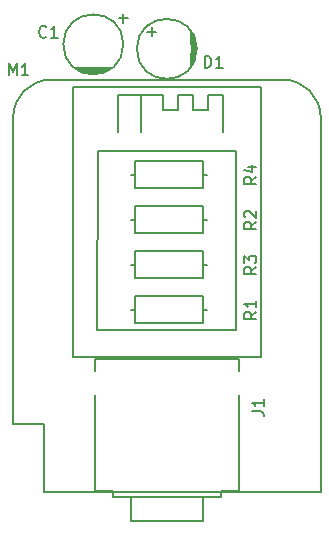
<source format=gbr>
G04 #@! TF.GenerationSoftware,KiCad,Pcbnew,5.0.0-fee4fd1~65~ubuntu17.10.1*
G04 #@! TF.CreationDate,2018-11-13T13:37:27+00:00*
G04 #@! TF.ProjectId,Power Monitor Version 1,506F776572204D6F6E69746F72205665,rev?*
G04 #@! TF.SameCoordinates,Original*
G04 #@! TF.FileFunction,Legend,Top*
G04 #@! TF.FilePolarity,Positive*
%FSLAX46Y46*%
G04 Gerber Fmt 4.6, Leading zero omitted, Abs format (unit mm)*
G04 Created by KiCad (PCBNEW 5.0.0-fee4fd1~65~ubuntu17.10.1) date Tue Nov 13 13:37:27 2018*
%MOMM*%
%LPD*%
G01*
G04 APERTURE LIST*
%ADD10C,0.150000*%
G04 APERTURE END LIST*
D10*
G04 #@! TO.C,C1*
X132080000Y-74041000D02*
G75*
G03X132080000Y-74041000I-2540000J0D01*
G01*
X127952500Y-76009500D02*
X131127500Y-76009500D01*
X131127500Y-76009500D02*
X130937000Y-76136500D01*
X130937000Y-76136500D02*
X128143000Y-76136500D01*
X128143000Y-76136500D02*
X128333500Y-76263500D01*
X128333500Y-76263500D02*
X130683000Y-76263500D01*
X130683000Y-76263500D02*
X130429000Y-76390500D01*
X130429000Y-76390500D02*
X128651000Y-76390500D01*
X128651000Y-76390500D02*
X128905000Y-76454000D01*
X128905000Y-76454000D02*
X129984500Y-76454000D01*
G04 #@! TO.C,D1*
X138303000Y-74422000D02*
G75*
G03X138303000Y-74422000I-2540000J0D01*
G01*
X137795000Y-72898000D02*
X137795000Y-74041000D01*
X137795000Y-74803000D02*
X137795000Y-75946000D01*
X137922000Y-73152000D02*
X137922000Y-75692000D01*
X138049000Y-73406000D02*
X138049000Y-75438000D01*
X138176000Y-73660000D02*
X138176000Y-75184000D01*
G04 #@! TO.C,J1*
X135763000Y-100711000D02*
X129667000Y-100711000D01*
X129667000Y-109347000D02*
X129667000Y-111887000D01*
X129667000Y-111887000D02*
X130175000Y-111887000D01*
X135763000Y-100711000D02*
X141859000Y-100711000D01*
X141859000Y-111887000D02*
X141351000Y-111887000D01*
X131191000Y-111887000D02*
X131191000Y-112395000D01*
X131191000Y-111887000D02*
X129667000Y-111887000D01*
X129667000Y-111887000D02*
X129667000Y-103759000D01*
X129667000Y-101727000D02*
X129667000Y-100711000D01*
X129667000Y-100711000D02*
X141859000Y-100711000D01*
X141859000Y-100711000D02*
X141859000Y-101727000D01*
X140335000Y-112395000D02*
X140335000Y-111887000D01*
X140335000Y-111887000D02*
X141859000Y-111887000D01*
X141859000Y-111887000D02*
X141859000Y-103759000D01*
X131191000Y-112395000D02*
X132715000Y-112395000D01*
X140335000Y-112395000D02*
X138811000Y-112395000D01*
X132715000Y-112395000D02*
X132715000Y-114427000D01*
X132715000Y-114427000D02*
X138811000Y-114427000D01*
X138811000Y-114427000D02*
X138811000Y-112395000D01*
X138811000Y-112395000D02*
X132715000Y-112395000D01*
G04 #@! TO.C,M1*
X148792001Y-111962001D02*
X125360501Y-111962001D01*
X122757001Y-106183501D02*
X122757001Y-80212001D01*
X148792001Y-111962001D02*
X148792001Y-80212001D01*
X125932001Y-77037001D02*
X145617001Y-77037001D01*
X122757001Y-80212001D02*
G75*
G02X125932001Y-77037001I3175000J0D01*
G01*
X122757001Y-80212001D02*
G75*
G02X125932001Y-77037001I3175000J0D01*
G01*
X145617001Y-77037001D02*
G75*
G02X148792001Y-80212001I0J-3175000D01*
G01*
X122757001Y-106183501D02*
X125360501Y-106183501D01*
X125360501Y-106183501D02*
X125360501Y-111962001D01*
X129932501Y-83069501D02*
X141616501Y-83069501D01*
X141616501Y-83069501D02*
X141616501Y-98246001D01*
X141616501Y-98246001D02*
X129869001Y-98246001D01*
X129869001Y-98246001D02*
X129932501Y-83069501D01*
X127837001Y-77672001D02*
X127837001Y-100532001D01*
X127837001Y-100532001D02*
X143712001Y-100532001D01*
X143712001Y-100532001D02*
X143712001Y-77672001D01*
X143712001Y-77672001D02*
X127837001Y-77672001D01*
X131647001Y-81482001D02*
X131647001Y-78307001D01*
X131647001Y-78307001D02*
X135457001Y-78307001D01*
X135457001Y-78307001D02*
X135457001Y-79577001D01*
X135457001Y-79577001D02*
X136727001Y-79577001D01*
X136727001Y-79577001D02*
X136727001Y-78307001D01*
X136727001Y-78307001D02*
X137997001Y-78307001D01*
X137997001Y-78307001D02*
X137997001Y-79577001D01*
X137997001Y-79577001D02*
X139267001Y-79577001D01*
X139267001Y-79577001D02*
X139267001Y-78307001D01*
X139267001Y-78307001D02*
X140537001Y-78307001D01*
X140537001Y-78307001D02*
X140537001Y-81482001D01*
X133552001Y-78307001D02*
X133552001Y-81482001D01*
G04 #@! TO.C,R1*
X133096000Y-95377000D02*
X138811000Y-95377000D01*
X138811000Y-95377000D02*
X138811000Y-97663000D01*
X138811000Y-97663000D02*
X133096000Y-97663000D01*
X133096000Y-97663000D02*
X133096000Y-95377000D01*
X133096000Y-96520000D02*
X132715000Y-96520000D01*
X139192000Y-96520000D02*
X138811000Y-96520000D01*
G04 #@! TO.C,R2*
X133096000Y-87757000D02*
X138811000Y-87757000D01*
X138811000Y-87757000D02*
X138811000Y-90043000D01*
X138811000Y-90043000D02*
X133096000Y-90043000D01*
X133096000Y-90043000D02*
X133096000Y-87757000D01*
X133096000Y-88900000D02*
X132715000Y-88900000D01*
X139192000Y-88900000D02*
X138811000Y-88900000D01*
G04 #@! TO.C,R3*
X132715000Y-92710000D02*
X133096000Y-92710000D01*
X138811000Y-92710000D02*
X139192000Y-92710000D01*
X138811000Y-91567000D02*
X138811000Y-93853000D01*
X133096000Y-91567000D02*
X138811000Y-91567000D01*
X133096000Y-93853000D02*
X133096000Y-91567000D01*
X138811000Y-93853000D02*
X133096000Y-93853000D01*
G04 #@! TO.C,R4*
X132715000Y-85090000D02*
X133096000Y-85090000D01*
X138811000Y-85090000D02*
X139192000Y-85090000D01*
X138811000Y-83947000D02*
X138811000Y-86233000D01*
X133096000Y-83947000D02*
X138811000Y-83947000D01*
X133096000Y-86233000D02*
X133096000Y-83947000D01*
X138811000Y-86233000D02*
X133096000Y-86233000D01*
G04 #@! TO.C,C1*
X125563333Y-73382142D02*
X125515714Y-73429761D01*
X125372857Y-73477380D01*
X125277619Y-73477380D01*
X125134761Y-73429761D01*
X125039523Y-73334523D01*
X124991904Y-73239285D01*
X124944285Y-73048809D01*
X124944285Y-72905952D01*
X124991904Y-72715476D01*
X125039523Y-72620238D01*
X125134761Y-72525000D01*
X125277619Y-72477380D01*
X125372857Y-72477380D01*
X125515714Y-72525000D01*
X125563333Y-72572619D01*
X126515714Y-73477380D02*
X125944285Y-73477380D01*
X126230000Y-73477380D02*
X126230000Y-72477380D01*
X126134761Y-72620238D01*
X126039523Y-72715476D01*
X125944285Y-72763095D01*
X131699047Y-71826428D02*
X132460952Y-71826428D01*
X132080000Y-72207380D02*
X132080000Y-71445476D01*
G04 #@! TO.C,D1*
X138961904Y-76017380D02*
X138961904Y-75017380D01*
X139200000Y-75017380D01*
X139342857Y-75065000D01*
X139438095Y-75160238D01*
X139485714Y-75255476D01*
X139533333Y-75445952D01*
X139533333Y-75588809D01*
X139485714Y-75779285D01*
X139438095Y-75874523D01*
X139342857Y-75969761D01*
X139200000Y-76017380D01*
X138961904Y-76017380D01*
X140485714Y-76017380D02*
X139914285Y-76017380D01*
X140200000Y-76017380D02*
X140200000Y-75017380D01*
X140104761Y-75160238D01*
X140009523Y-75255476D01*
X139914285Y-75303095D01*
X134112047Y-72969428D02*
X134873952Y-72969428D01*
X134493000Y-73350380D02*
X134493000Y-72588476D01*
G04 #@! TO.C,J1*
X142962380Y-105108333D02*
X143676666Y-105108333D01*
X143819523Y-105155952D01*
X143914761Y-105251190D01*
X143962380Y-105394047D01*
X143962380Y-105489285D01*
X143962380Y-104108333D02*
X143962380Y-104679761D01*
X143962380Y-104394047D02*
X142962380Y-104394047D01*
X143105238Y-104489285D01*
X143200476Y-104584523D01*
X143248095Y-104679761D01*
G04 #@! TO.C,M1*
X122380476Y-76652380D02*
X122380476Y-75652380D01*
X122713809Y-76366666D01*
X123047142Y-75652380D01*
X123047142Y-76652380D01*
X124047142Y-76652380D02*
X123475714Y-76652380D01*
X123761428Y-76652380D02*
X123761428Y-75652380D01*
X123666190Y-75795238D01*
X123570952Y-75890476D01*
X123475714Y-75938095D01*
G04 #@! TO.C,R1*
X143327380Y-96686666D02*
X142851190Y-97020000D01*
X143327380Y-97258095D02*
X142327380Y-97258095D01*
X142327380Y-96877142D01*
X142375000Y-96781904D01*
X142422619Y-96734285D01*
X142517857Y-96686666D01*
X142660714Y-96686666D01*
X142755952Y-96734285D01*
X142803571Y-96781904D01*
X142851190Y-96877142D01*
X142851190Y-97258095D01*
X143327380Y-95734285D02*
X143327380Y-96305714D01*
X143327380Y-96020000D02*
X142327380Y-96020000D01*
X142470238Y-96115238D01*
X142565476Y-96210476D01*
X142613095Y-96305714D01*
G04 #@! TO.C,R2*
X143327380Y-89066666D02*
X142851190Y-89400000D01*
X143327380Y-89638095D02*
X142327380Y-89638095D01*
X142327380Y-89257142D01*
X142375000Y-89161904D01*
X142422619Y-89114285D01*
X142517857Y-89066666D01*
X142660714Y-89066666D01*
X142755952Y-89114285D01*
X142803571Y-89161904D01*
X142851190Y-89257142D01*
X142851190Y-89638095D01*
X142422619Y-88685714D02*
X142375000Y-88638095D01*
X142327380Y-88542857D01*
X142327380Y-88304761D01*
X142375000Y-88209523D01*
X142422619Y-88161904D01*
X142517857Y-88114285D01*
X142613095Y-88114285D01*
X142755952Y-88161904D01*
X143327380Y-88733333D01*
X143327380Y-88114285D01*
G04 #@! TO.C,R3*
X143327380Y-92876666D02*
X142851190Y-93210000D01*
X143327380Y-93448095D02*
X142327380Y-93448095D01*
X142327380Y-93067142D01*
X142375000Y-92971904D01*
X142422619Y-92924285D01*
X142517857Y-92876666D01*
X142660714Y-92876666D01*
X142755952Y-92924285D01*
X142803571Y-92971904D01*
X142851190Y-93067142D01*
X142851190Y-93448095D01*
X142327380Y-92543333D02*
X142327380Y-91924285D01*
X142708333Y-92257619D01*
X142708333Y-92114761D01*
X142755952Y-92019523D01*
X142803571Y-91971904D01*
X142898809Y-91924285D01*
X143136904Y-91924285D01*
X143232142Y-91971904D01*
X143279761Y-92019523D01*
X143327380Y-92114761D01*
X143327380Y-92400476D01*
X143279761Y-92495714D01*
X143232142Y-92543333D01*
G04 #@! TO.C,R4*
X143327380Y-85256666D02*
X142851190Y-85590000D01*
X143327380Y-85828095D02*
X142327380Y-85828095D01*
X142327380Y-85447142D01*
X142375000Y-85351904D01*
X142422619Y-85304285D01*
X142517857Y-85256666D01*
X142660714Y-85256666D01*
X142755952Y-85304285D01*
X142803571Y-85351904D01*
X142851190Y-85447142D01*
X142851190Y-85828095D01*
X142660714Y-84399523D02*
X143327380Y-84399523D01*
X142279761Y-84637619D02*
X142994047Y-84875714D01*
X142994047Y-84256666D01*
G04 #@! TD*
M02*

</source>
